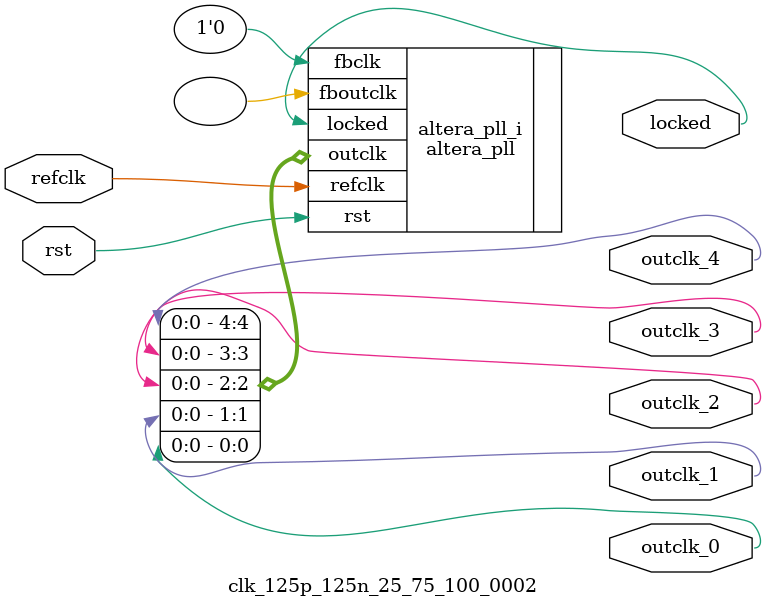
<source format=v>
`timescale 1ns/10ps
module  clk_125p_125n_25_75_100_0002(

	// interface 'refclk'
	input wire refclk,

	// interface 'reset'
	input wire rst,

	// interface 'outclk0'
	output wire outclk_0,

	// interface 'outclk1'
	output wire outclk_1,

	// interface 'outclk2'
	output wire outclk_2,

	// interface 'outclk3'
	output wire outclk_3,

	// interface 'outclk4'
	output wire outclk_4,

	// interface 'locked'
	output wire locked
);

	altera_pll #(
		.fractional_vco_multiplier("false"),
		.reference_clock_frequency("50.0 MHz"),
		.operation_mode("direct"),
		.number_of_clocks(5),
		.output_clock_frequency0("125.000000 MHz"),
		.phase_shift0("0 ps"),
		.duty_cycle0(50),
		.output_clock_frequency1("125.000000 MHz"),
		.phase_shift1("4000 ps"),
		.duty_cycle1(50),
		.output_clock_frequency2("25.000000 MHz"),
		.phase_shift2("0 ps"),
		.duty_cycle2(50),
		.output_clock_frequency3("75.000000 MHz"),
		.phase_shift3("0 ps"),
		.duty_cycle3(50),
		.output_clock_frequency4("100.000000 MHz"),
		.phase_shift4("0 ps"),
		.duty_cycle4(50),
		.output_clock_frequency5("0 MHz"),
		.phase_shift5("0 ps"),
		.duty_cycle5(50),
		.output_clock_frequency6("0 MHz"),
		.phase_shift6("0 ps"),
		.duty_cycle6(50),
		.output_clock_frequency7("0 MHz"),
		.phase_shift7("0 ps"),
		.duty_cycle7(50),
		.output_clock_frequency8("0 MHz"),
		.phase_shift8("0 ps"),
		.duty_cycle8(50),
		.output_clock_frequency9("0 MHz"),
		.phase_shift9("0 ps"),
		.duty_cycle9(50),
		.output_clock_frequency10("0 MHz"),
		.phase_shift10("0 ps"),
		.duty_cycle10(50),
		.output_clock_frequency11("0 MHz"),
		.phase_shift11("0 ps"),
		.duty_cycle11(50),
		.output_clock_frequency12("0 MHz"),
		.phase_shift12("0 ps"),
		.duty_cycle12(50),
		.output_clock_frequency13("0 MHz"),
		.phase_shift13("0 ps"),
		.duty_cycle13(50),
		.output_clock_frequency14("0 MHz"),
		.phase_shift14("0 ps"),
		.duty_cycle14(50),
		.output_clock_frequency15("0 MHz"),
		.phase_shift15("0 ps"),
		.duty_cycle15(50),
		.output_clock_frequency16("0 MHz"),
		.phase_shift16("0 ps"),
		.duty_cycle16(50),
		.output_clock_frequency17("0 MHz"),
		.phase_shift17("0 ps"),
		.duty_cycle17(50),
		.pll_type("General"),
		.pll_subtype("General")
	) altera_pll_i (
		.rst	(rst),
		.outclk	({outclk_4, outclk_3, outclk_2, outclk_1, outclk_0}),
		.locked	(locked),
		.fboutclk	( ),
		.fbclk	(1'b0),
		.refclk	(refclk)
	);
endmodule


</source>
